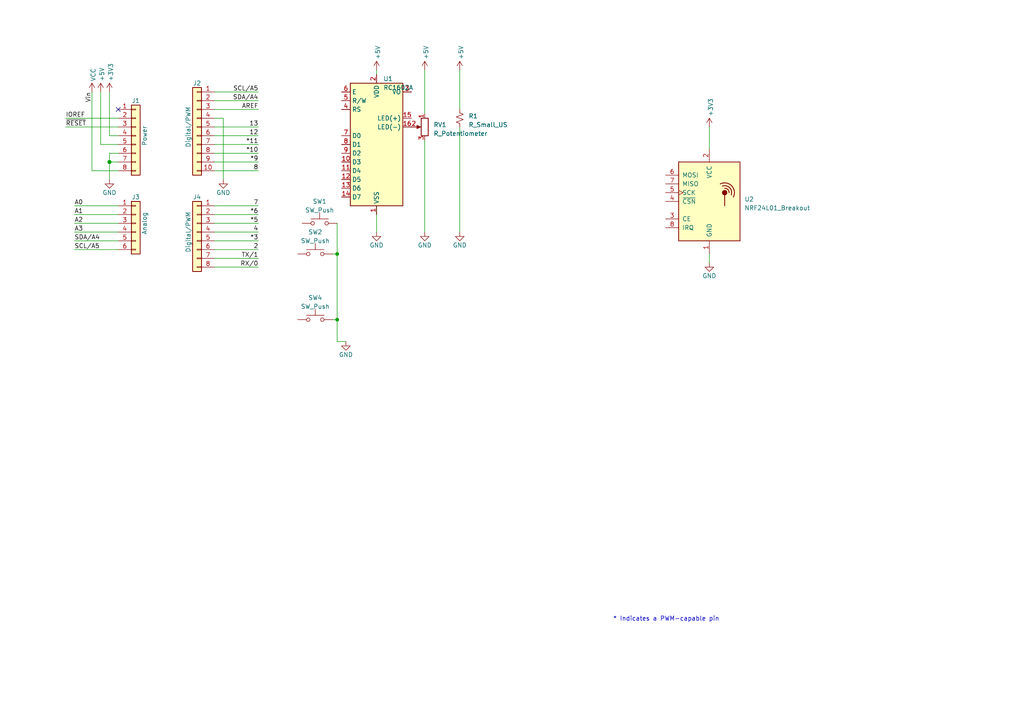
<source format=kicad_sch>
(kicad_sch (version 20230121) (generator eeschema)
  (paper "A4")
  (title_block (date "mar. 31 mars 2015"))
  (lib_symbols
    (symbol "Connector_Generic:Conn_01x06" (pin_names (offset 1.016) hide)
      (property "Reference" "J" (at 0 7.62 0))
      (property "Value" "Conn_01x06" (at 0 -10.16 0))
      (symbol "Conn_01x06_1_1"
        (rectangle (start -1.27 -7.493) (end 0 -7.747) (stroke (width 0.1524)))
        (rectangle (start -1.27 -4.953) (end 0 -5.207) (stroke (width 0.1524)))
        (rectangle (start -1.27 -2.413) (end 0 -2.667) (stroke (width 0.1524)))
        (rectangle (start -1.27 0.127) (end 0 -0.127) (stroke (width 0.1524)))
        (rectangle (start -1.27 2.667) (end 0 2.413) (stroke (width 0.1524)))
        (rectangle (start -1.27 5.207) (end 0 4.953) (stroke (width 0.1524)))
        (rectangle (start -1.27 6.35) (end 1.27 -8.89) (stroke (width 0.254)) (fill (type background)))
        (pin passive line (at -5.08 5.08 0) (length 3.81) (name "Pin_1") (number "1"))
        (pin passive line (at -5.08 2.54 0) (length 3.81) (name "Pin_2") (number "2"))
        (pin passive line (at -5.08 0 0) (length 3.81) (name "Pin_3") (number "3"))
        (pin passive line (at -5.08 -2.54 0) (length 3.81) (name "Pin_4") (number "4"))
        (pin passive line (at -5.08 -5.08 0) (length 3.81) (name "Pin_5") (number "5"))
        (pin passive line (at -5.08 -7.62 0) (length 3.81) (name "Pin_6") (number "6"))
      )
    )
    (symbol "Connector_Generic:Conn_01x08" (pin_names (offset 1.016) hide)
      (property "Reference" "J" (at 0 10.16 0))
      (property "Value" "Conn_01x08" (at 0 -12.7 0))
      (symbol "Conn_01x08_1_1"
        (rectangle (start -1.27 -10.033) (end 0 -10.287) (stroke (width 0.1524)))
        (rectangle (start -1.27 -7.493) (end 0 -7.747) (stroke (width 0.1524)))
        (rectangle (start -1.27 -4.953) (end 0 -5.207) (stroke (width 0.1524)))
        (rectangle (start -1.27 -2.413) (end 0 -2.667) (stroke (width 0.1524)))
        (rectangle (start -1.27 0.127) (end 0 -0.127) (stroke (width 0.1524)))
        (rectangle (start -1.27 2.667) (end 0 2.413) (stroke (width 0.1524)))
        (rectangle (start -1.27 5.207) (end 0 4.953) (stroke (width 0.1524)))
        (rectangle (start -1.27 7.747) (end 0 7.493) (stroke (width 0.1524)))
        (rectangle (start -1.27 8.89) (end 1.27 -11.43) (stroke (width 0.254)) (fill (type background)))
        (pin passive line (at -5.08 7.62 0) (length 3.81) (name "Pin_1") (number "1"))
        (pin passive line (at -5.08 5.08 0) (length 3.81) (name "Pin_2") (number "2"))
        (pin passive line (at -5.08 2.54 0) (length 3.81) (name "Pin_3") (number "3"))
        (pin passive line (at -5.08 0 0) (length 3.81) (name "Pin_4") (number "4"))
        (pin passive line (at -5.08 -2.54 0) (length 3.81) (name "Pin_5") (number "5"))
        (pin passive line (at -5.08 -5.08 0) (length 3.81) (name "Pin_6") (number "6"))
        (pin passive line (at -5.08 -7.62 0) (length 3.81) (name "Pin_7") (number "7"))
        (pin passive line (at -5.08 -10.16 0) (length 3.81) (name "Pin_8") (number "8"))
      )
    )
    (symbol "Connector_Generic:Conn_01x10" (pin_names (offset 1.016) hide)
      (property "Reference" "J" (at 0 12.7 0))
      (property "Value" "Conn_01x10" (at 0 -15.24 0))
      (symbol "Conn_01x10_1_1"
        (rectangle (start -1.27 -12.573) (end 0 -12.827) (stroke (width 0.1524)))
        (rectangle (start -1.27 -10.033) (end 0 -10.287) (stroke (width 0.1524)))
        (rectangle (start -1.27 -7.493) (end 0 -7.747) (stroke (width 0.1524)))
        (rectangle (start -1.27 -4.953) (end 0 -5.207) (stroke (width 0.1524)))
        (rectangle (start -1.27 -2.413) (end 0 -2.667) (stroke (width 0.1524)))
        (rectangle (start -1.27 0.127) (end 0 -0.127) (stroke (width 0.1524)))
        (rectangle (start -1.27 2.667) (end 0 2.413) (stroke (width 0.1524)))
        (rectangle (start -1.27 5.207) (end 0 4.953) (stroke (width 0.1524)))
        (rectangle (start -1.27 7.747) (end 0 7.493) (stroke (width 0.1524)))
        (rectangle (start -1.27 10.287) (end 0 10.033) (stroke (width 0.1524)))
        (rectangle (start -1.27 11.43) (end 1.27 -13.97) (stroke (width 0.254)) (fill (type background)))
        (pin passive line (at -5.08 10.16 0) (length 3.81) (name "Pin_1") (number "1"))
        (pin passive line (at -5.08 -12.7 0) (length 3.81) (name "Pin_10") (number "10"))
        (pin passive line (at -5.08 7.62 0) (length 3.81) (name "Pin_2") (number "2"))
        (pin passive line (at -5.08 5.08 0) (length 3.81) (name "Pin_3") (number "3"))
        (pin passive line (at -5.08 2.54 0) (length 3.81) (name "Pin_4") (number "4"))
        (pin passive line (at -5.08 0 0) (length 3.81) (name "Pin_5") (number "5"))
        (pin passive line (at -5.08 -2.54 0) (length 3.81) (name "Pin_6") (number "6"))
        (pin passive line (at -5.08 -5.08 0) (length 3.81) (name "Pin_7") (number "7"))
        (pin passive line (at -5.08 -7.62 0) (length 3.81) (name "Pin_8") (number "8"))
        (pin passive line (at -5.08 -10.16 0) (length 3.81) (name "Pin_9") (number "9"))
      )
    )
    (symbol "Device:R_Potentiometer" (pin_names (offset 1.016) hide)
      (property "Reference" "RV" (at -4.445 0 90))
      (property "Value" "R_Potentiometer" (at -2.54 0 90))
      (symbol "R_Potentiometer_0_1"
        (polyline (pts (xy 2.54 0) (xy 1.524 0)))
        (polyline (pts (xy 1.143 0) (xy 2.286 0.508) (xy 2.286 -0.508) (xy 1.143 0)) (fill (type outline)))
        (rectangle (start 1.016 2.54) (end -1.016 -2.54) (stroke (width 0.254)))
      )
      (symbol "R_Potentiometer_1_1"
        (pin passive line (at 0 3.81 270) (length 1.27) (name "1") (number "1"))
        (pin passive line (at 3.81 0 180) (length 1.27) (name "2") (number "2"))
        (pin passive line (at 0 -3.81 90) (length 1.27) (name "3") (number "3"))
      )
    )
    (symbol "Device:R_Small_US" (pin_numbers hide) (pin_names (offset 0.254) hide)
      (property "Reference" "R" (at 0.762 0.508 0))
      (property "Value" "R_Small_US" (at 0.762 -1.016 0))
      (symbol "R_Small_US_1_1"
        (polyline (pts (xy 0 0) (xy 1.016 -0.381) (xy 0 -0.762) (xy -1.016 -1.143) (xy 0 -1.524)))
        (polyline (pts (xy 0 1.524) (xy 1.016 1.143) (xy 0 0.762) (xy -1.016 0.381) (xy 0 0)))
        (pin passive line (at 0 2.54 270) (length 1.016) (name "~") (number "1"))
        (pin passive line (at 0 -2.54 90) (length 1.016) (name "~") (number "2"))
      )
    )
    (symbol "Display_Character:WC1602A"
      (property "Reference" "DS" (at -5.842 19.05 0))
      (property "Value" "WC1602A" (at 5.334 19.05 0))
      (symbol "WC1602A_1_1"
        (rectangle (start -7.62 17.78) (end 7.62 -17.78) (stroke (width 0.254)) (fill (type background)))
        (pin power_in line (at 0 -20.32 90) (length 2.54) (name "VSS") (number "1"))
        (pin input line (at -10.16 -5.08 0) (length 2.54) (name "D3") (number "10"))
        (pin input line (at -10.16 -7.62 0) (length 2.54) (name "D4") (number "11"))
        (pin input line (at -10.16 -10.16 0) (length 2.54) (name "D5") (number "12"))
        (pin input line (at -10.16 -12.7 0) (length 2.54) (name "D6") (number "13"))
        (pin input line (at -10.16 -15.24 0) (length 2.54) (name "D7") (number "14"))
        (pin power_in line (at 10.16 7.62 180) (length 2.54) (name "LED(+)") (number "15"))
        (pin power_in line (at 10.16 5.08 180) (length 2.54) (name "LED(-)") (number "16"))
        (pin power_in line (at 0 20.32 270) (length 2.54) (name "VDD") (number "2"))
        (pin input line (at 10.16 15.24 180) (length 2.54) (name "VO") (number "3"))
        (pin input line (at -10.16 10.16 0) (length 2.54) (name "RS") (number "4"))
        (pin input line (at -10.16 12.7 0) (length 2.54) (name "R/W") (number "5"))
        (pin input line (at -10.16 15.24 0) (length 2.54) (name "E") (number "6"))
        (pin input line (at -10.16 2.54 0) (length 2.54) (name "D0") (number "7"))
        (pin input line (at -10.16 0 0) (length 2.54) (name "D1") (number "8"))
        (pin input line (at -10.16 -2.54 0) (length 2.54) (name "D2") (number "9"))
      )
    )
    (symbol "RF:NRF24L01_Breakout" (pin_names (offset 1.016))
      (property "Reference" "U" (at -8.89 12.7 0))
      (property "Value" "NRF24L01_Breakout" (at 3.81 12.7 0))
      (symbol "NRF24L01_Breakout_0_1"
        (rectangle (start -8.89 11.43) (end 8.89 -11.43) (stroke (width 0.254)) (fill (type background)))
        (polyline (pts (xy 4.445 1.905) (xy 4.445 -1.27)) (stroke (width 0.254)))
        (circle (center 4.445 2.54) (radius 0.635) (stroke (width 0.254)) (fill (type outline)))
        (arc (start 5.715 2.54) (mid 5.3521 3.4546) (end 4.445 3.81) (stroke (width 0.254)))
        (arc (start 6.35 1.905) (mid 5.8763 3.9854) (end 3.81 4.445) (stroke (width 0.254)))
        (arc (start 6.985 1.27) (mid 6.453 4.548) (end 3.175 5.08) (stroke (width 0.254)))
      )
      (symbol "NRF24L01_Breakout_1_1"
        (pin power_in line (at 0 -15.24 90) (length 3.81) (name "GND") (number "1"))
        (pin power_in line (at 0 15.24 270) (length 3.81) (name "VCC") (number "2"))
        (pin input line (at -12.7 -5.08 0) (length 3.81) (name "CE") (number "3"))
        (pin input line (at -12.7 0 0) (length 3.81) (name "~{CSN}") (number "4"))
        (pin input clock (at -12.7 2.54 0) (length 3.81) (name "SCK") (number "5"))
        (pin input line (at -12.7 7.62 0) (length 3.81) (name "MOSI") (number "6"))
        (pin output line (at -12.7 5.08 0) (length 3.81) (name "MISO") (number "7"))
        (pin output line (at -12.7 -7.62 0) (length 3.81) (name "IRQ") (number "8"))
      )
    )
    (symbol "Switch:SW_Push" (pin_numbers hide) (pin_names (offset 1.016) hide)
      (property "Reference" "SW" (at 1.27 2.54 0))
      (property "Value" "SW_Push" (at 0 -1.524 0))
      (symbol "SW_Push_0_1"
        (circle (center -2.032 0) (radius 0.508))
        (polyline (pts (xy 0 1.27) (xy 0 3.048)))
        (polyline (pts (xy 2.54 1.27) (xy -2.54 1.27)))
        (circle (center 2.032 0) (radius 0.508))
        (pin passive line (at -5.08 0 0) (length 2.54) (name "1") (number "1"))
        (pin passive line (at 5.08 0 180) (length 2.54) (name "2") (number "2"))
      )
    )
    (symbol "power:+3V3" (power) (pin_names (offset 0))
      (property "Value" "+3V3" (at 0 3.556 0))
      (symbol "+3V3_0_1"
        (polyline (pts (xy -0.762 1.27) (xy 0 2.54)))
        (polyline (pts (xy 0 0) (xy 0 2.54)))
        (polyline (pts (xy 0 2.54) (xy 0.762 1.27)))
      )
      (symbol "+3V3_1_1"
        (pin power_in line (at 0 0 90) (length 0) hide (name "+3V3") (number "1"))
      )
    )
    (symbol "power:+5V" (power) (pin_names (offset 0))
      (property "Value" "+5V" (at 0 3.556 0))
      (symbol "+5V_0_1"
        (polyline (pts (xy -0.762 1.27) (xy 0 2.54)))
        (polyline (pts (xy 0 0) (xy 0 2.54)))
        (polyline (pts (xy 0 2.54) (xy 0.762 1.27)))
      )
      (symbol "+5V_1_1"
        (pin power_in line (at 0 0 90) (length 0) hide (name "+5V") (number "1"))
      )
    )
    (symbol "power:GND" (power) (pin_names (offset 0))
      (property "Value" "GND" (at 0 -3.81 0))
      (symbol "GND_0_1"
        (polyline (pts (xy 0 0) (xy 0 -1.27) (xy 1.27 -1.27) (xy 0 -2.54) (xy -1.27 -1.27) (xy 0 -1.27)))
      )
      (symbol "GND_1_1"
        (pin power_in line (at 0 0 270) (length 0) hide (name "GND") (number "1"))
      )
    )
    (symbol "power:VCC" (power) (pin_names (offset 0))
      (property "Value" "VCC" (at 0 3.81 0))
      (symbol "VCC_0_1"
        (polyline (pts (xy -0.762 1.27) (xy 0 2.54)))
        (polyline (pts (xy 0 0) (xy 0 2.54)))
        (polyline (pts (xy 0 2.54) (xy 0.762 1.27)))
      )
      (symbol "VCC_1_1"
        (pin power_in line (at 0 0 90) (length 0) hide (name "VCC") (number "1"))
      )
    )
  )
  (junction (at 31.75 46.99) (diameter 1.016))
  (junction (at 97.79 92.71))
  (junction (at 97.79 73.66))
  (no_connect (at 34.29 31.75))
  (wire (pts (xy 62.23 77.47) (xy 74.93 77.47)))
  (wire (pts (xy 62.23 44.45) (xy 74.93 44.45)))
  (wire (pts (xy 62.23 26.67) (xy 74.93 26.67)))
  (wire (pts (xy 31.75 44.45) (xy 31.75 46.99)))
  (wire (pts (xy 21.59 72.39) (xy 34.29 72.39)))
  (wire (pts (xy 31.75 46.99) (xy 31.75 52.07)))
  (wire (pts (xy 31.75 39.37) (xy 34.29 39.37)))
  (wire (pts (xy 29.21 41.91) (xy 34.29 41.91)))
  (wire (pts (xy 29.21 26.67) (xy 29.21 41.91)))
  (wire (pts (xy 62.23 36.83) (xy 74.93 36.83)))
  (wire (pts (xy 205.74 73.66) (xy 205.74 76.2)))
  (wire (pts (xy 31.75 26.67) (xy 31.75 39.37)))
  (wire (pts (xy 62.23 59.69) (xy 74.93 59.69)))
  (wire (pts (xy 34.29 59.69) (xy 21.59 59.69)))
  (wire (pts (xy 62.23 39.37) (xy 74.93 39.37)))
  (wire (pts (xy 62.23 62.23) (xy 74.93 62.23)))
  (wire (pts (xy 133.35 31.75) (xy 133.35 20.32)))
  (wire (pts (xy 133.35 36.83) (xy 133.35 67.31)))
  (wire (pts (xy 96.52 92.71) (xy 97.79 92.71)))
  (wire (pts (xy 62.23 46.99) (xy 74.93 46.99)))
  (wire (pts (xy 62.23 67.31) (xy 74.93 67.31)))
  (wire (pts (xy 19.05 34.29) (xy 34.29 34.29)))
  (wire (pts (xy 97.79 64.77) (xy 97.79 73.66)))
  (wire (pts (xy 64.77 34.29) (xy 64.77 52.07)))
  (wire (pts (xy 109.22 59.69) (xy 109.22 67.31)))
  (wire (pts (xy 62.23 31.75) (xy 74.93 31.75)))
  (wire (pts (xy 34.29 64.77) (xy 21.59 64.77)))
  (wire (pts (xy 19.05 36.83) (xy 34.29 36.83)))
  (wire (pts (xy 97.79 99.06) (xy 100.33 99.06)))
  (wire (pts (xy 34.29 46.99) (xy 31.75 46.99)))
  (wire (pts (xy 205.74 36.83) (xy 205.74 43.18)))
  (wire (pts (xy 34.29 49.53) (xy 26.67 49.53)))
  (wire (pts (xy 21.59 62.23) (xy 34.29 62.23)))
  (wire (pts (xy 109.22 20.32) (xy 109.22 21.59)))
  (wire (pts (xy 62.23 34.29) (xy 64.77 34.29)))
  (wire (pts (xy 97.79 73.66) (xy 97.79 92.71)))
  (wire (pts (xy 123.19 20.32) (xy 123.19 33.02)))
  (wire (pts (xy 34.29 44.45) (xy 31.75 44.45)))
  (wire (pts (xy 62.23 41.91) (xy 74.93 41.91)))
  (wire (pts (xy 96.52 73.66) (xy 97.79 73.66)))
  (wire (pts (xy 62.23 64.77) (xy 74.93 64.77)))
  (wire (pts (xy 123.19 40.64) (xy 123.19 67.31)))
  (wire (pts (xy 21.59 67.31) (xy 34.29 67.31)))
  (wire (pts (xy 62.23 29.21) (xy 74.93 29.21)))
  (wire (pts (xy 62.23 72.39) (xy 74.93 72.39)))
  (wire (pts (xy 62.23 69.85) (xy 74.93 69.85)))
  (wire (pts (xy 62.23 74.93) (xy 74.93 74.93)))
  (wire (pts (xy 26.67 49.53) (xy 26.67 26.67)))
  (wire (pts (xy 97.79 92.71) (xy 97.79 99.06)))
  (wire (pts (xy 34.29 69.85) (xy 21.59 69.85)))
  (wire (pts (xy 62.23 49.53) (xy 74.93 49.53)))
  (text "* Indicates a PWM-capable pin" (at 177.8 180.34 0) (effects (font (size 1.27 1.27)) (justify left bottom)))
  (label "RX{slash}0" (at 74.93 77.47 180))
  (label "A2" (at 21.59 64.77 0))
  (label "4" (at 74.93 67.31 180))
  (label "2" (at 74.93 72.39 180))
  (label "A3" (at 21.59 67.31 0))
  (label "13" (at 74.93 36.83 180))
  (label "12" (at 74.93 39.37 180))
  (label "~{RESET}" (at 19.05 36.83 0))
  (label "*10" (at 74.93 44.45 180))
  (label "7" (at 74.93 59.69 180))
  (label "SDA{slash}A4" (at 74.93 29.21 180))
  (label "8" (at 74.93 49.53 180))
  (label "*11" (at 74.93 41.91 180))
  (label "*3" (at 74.93 69.85 180))
  (label "A1" (at 21.59 62.23 0))
  (label "TX{slash}1" (at 74.93 74.93 180))
  (label "A0" (at 21.59 59.69 0))
  (label "AREF" (at 74.93 31.75 180))
  (label "Vin" (at 26.67 26.67 270))
  (label "*6" (at 74.93 62.23 180))
  (label "SCL{slash}A5" (at 74.93 26.67 180))
  (label "*9" (at 74.93 46.99 180))
  (label "*5" (at 74.93 64.77 180))
  (label "IOREF" (at 19.05 34.29 0))
  (label "SDA{slash}A4" (at 21.59 69.85 0))
  (label "SCL{slash}A5" (at 21.59 72.39 0))
  (symbol (lib_id "Connector_Generic:Conn_01x08") (at 39.37 39.37 0) (unit 1)
    (property "Reference" "J1" (at 39.37 29.21 0))
    (property "Value" "Power" (at 41.91 39.37 90))
    (property "Footprint" "Connector_PinSocket_2.54mm:PinSocket_1x08_P2.54mm_Vertical" (effects hide))
  )
  (symbol (lib_id "power:+3V3") (at 31.75 26.67 0) (unit 1)
    (property "Reference" "#PWR?" (effects hide))
    (property "Value" "+3.3V" (at 32.131 23.622 90) (effects (justify left)))
  )
  (symbol (lib_id "power:+5V") (at 29.21 26.67 0) (unit 1)
    (property "Reference" "#PWR?" (effects hide))
    (property "Value" "+5V" (at 29.5656 23.622 90) (effects (justify left)))
  )
  (symbol (lib_id "power:GND") (at 31.75 52.07 0) (unit 1)
    (property "Reference" "#PWR?" (effects hide))
    (property "Value" "GND" (at 31.75 55.88 0))
  )
  (symbol (lib_id "Connector_Generic:Conn_01x10") (at 57.15 36.83 0) (mirror y) (unit 1)
    (property "Reference" "J2" (at 57.15 24.13 0))
    (property "Value" "Digital/PWM" (at 54.61 36.83 90))
    (property "Footprint" "Connector_PinSocket_2.54mm:PinSocket_1x10_P2.54mm_Vertical" (effects hide))
  )
  (symbol (lib_id "power:GND") (at 64.77 52.07 0) (unit 1)
    (property "Reference" "#PWR?" (effects hide))
    (property "Value" "GND" (at 64.77 55.88 0))
  )
  (symbol (lib_id "Connector_Generic:Conn_01x06") (at 39.37 64.77 0) (unit 1)
    (property "Reference" "J3" (at 39.37 57.15 0))
    (property "Value" "Analog" (at 41.91 64.77 90))
    (property "Footprint" "Connector_PinSocket_2.54mm:PinSocket_1x06_P2.54mm_Vertical" (effects hide))
  )
  (symbol (lib_id "Connector_Generic:Conn_01x08") (at 57.15 67.31 0) (mirror y) (unit 1)
    (property "Reference" "J4" (at 57.15 57.15 0))
    (property "Value" "Digital/PWM" (at 54.61 67.31 90))
    (property "Footprint" "Connector_PinSocket_2.54mm:PinSocket_1x08_P2.54mm_Vertical" (effects hide))
  )
  (symbol (lib_id "power:+5V") (at 109.22 20.32 0) (unit 1)
    (property "Reference" "#PWR?" (effects hide))
    (property "Value" "+5V" (at 109.5756 17.272 90) (effects (justify left)))
  )
  (symbol (lib_id "Switch:SW_Push") (at 92.71 64.77 0) (unit 1)
    (property "Reference" "SW1" (at 92.71 58.42 0))
    (property "Value" "SW_Push" (at 92.71 60.96 0))
    (property "Footprint" "Button_Switch_THT:SW_PUSH_6mm" (effects hide))
  )
  (symbol (lib_id "power:+5V") (at 123.19 20.32 0) (unit 1)
    (property "Reference" "#PWR?" (effects hide))
    (property "Value" "+5V" (at 123.5456 17.272 90) (effects (justify left)))
  )
  (symbol (lib_id "power:+3V3") (at 205.74 36.83 0) (unit 1)
    (property "Reference" "#PWR?" (effects hide))
    (property "Value" "+3.3V" (at 206.121 33.782 90) (effects (justify left)))
  )
  (symbol (lib_id "Device:R_Small_US") (at 133.35 34.29 0) (unit 1)
    (property "Reference" "R1" (at 135.89 33.655 0) (effects (justify left)))
    (property "Value" "R_Small_US" (at 135.89 36.195 0) (effects (justify left)))
    (property "Footprint" "Resistor_THT:R_Axial_DIN0207_L6.3mm_D2.5mm_P10.16mm_Horizontal" (effects hide))
  )
  (symbol (lib_id "Display_Character:WC1602A") (at 109.22 41.91 0) (unit 1)
    (property "Reference" "U1" (at 111.1759 22.86 0) (effects (justify left)))
    (property "Value" "RC1602A" (at 111.1759 25.4 0) (effects (justify left)))
    (property "Footprint" "Display:WC1602A" (effects hide))
    (property "Datasheet" "http://www.wincomlcd.com/pdf/WC1602A-SFYLYHTC06.pdf" (effects hide))
  )
  (symbol (lib_id "Device:R_Potentiometer") (at 123.19 36.83 0) (mirror y) (unit 1)
    (property "Reference" "RV1" (at 125.73 36.195 0) (effects (justify right)))
    (property "Value" "R_Potentiometer" (at 125.73 38.735 0) (effects (justify right)))
    (property "Footprint" "Potentiometer_THT:Potentiometer_ACP_CA14-H5_Horizontal" (effects hide))
  )
  (symbol (lib_id "power:VCC") (at 26.67 26.67 0) (unit 1)
    (property "Reference" "#PWR?" (effects hide))
    (property "Value" "VCC" (at 27.051 23.622 90) (effects (justify left)))
  )
  (symbol (lib_id "power:+5V") (at 133.35 20.32 0) (unit 1)
    (property "Reference" "#PWR?" (effects hide))
    (property "Value" "+5V" (at 133.7056 17.272 90) (effects (justify left)))
  )
  (symbol (lib_id "power:GND") (at 133.35 67.31 0) (unit 1)
    (property "Reference" "#PWR?" (effects hide))
    (property "Value" "GND" (at 133.35 71.12 0))
  )
  (symbol (lib_id "RF:NRF24L01_Breakout") (at 205.74 58.42 0) (unit 1)
    (property "Reference" "U2" (at 215.9 57.785 0) (effects (justify left)))
    (property "Value" "NRF24L01_Breakout" (at 215.9 60.325 0) (effects (justify left)))
    (property "Footprint" "RF_Module:nRF24L01_Breakout" (effects hide))
    (property "Datasheet" "http://www.nordicsemi.com/eng/content/download/2730/34105/file/nRF24L01_Product_Specification_v2_0.pdf" (effects hide))
  )
  (symbol (lib_id "Switch:SW_Push") (at 91.44 73.66 0) (unit 1)
    (property "Reference" "SW2" (at 91.44 67.31 0))
    (property "Value" "SW_Push" (at 91.44 69.85 0))
    (property "Footprint" "Button_Switch_THT:SW_PUSH_6mm" (effects hide))
  )
  (symbol (lib_id "power:GND") (at 109.22 67.31 0) (unit 1)
    (property "Reference" "#PWR?" (effects hide))
    (property "Value" "GND" (at 109.22 71.12 0))
  )
  (symbol (lib_id "power:GND") (at 100.33 99.06 0) (unit 1)
    (property "Reference" "#PWR?" (effects hide))
    (property "Value" "GND" (at 100.33 102.87 0))
  )
  (symbol (lib_id "power:GND") (at 205.74 76.2 0) (unit 1)
    (property "Reference" "#PWR?" (effects hide))
    (property "Value" "GND" (at 205.74 80.01 0))
  )
  (symbol (lib_id "Switch:SW_Push") (at 91.44 92.71 0) (unit 1)
    (property "Reference" "SW4" (at 91.44 86.36 0))
    (property "Value" "SW_Push" (at 91.44 88.9 0))
    (property "Footprint" "Button_Switch_THT:SW_PUSH_6mm" (effects hide))
  )
  (symbol (lib_id "power:GND") (at 123.19 67.31 0) (unit 1)
    (property "Reference" "#PWR?" (effects hide))
    (property "Value" "GND" (at 123.19 71.12 0))
  )
)
</source>
